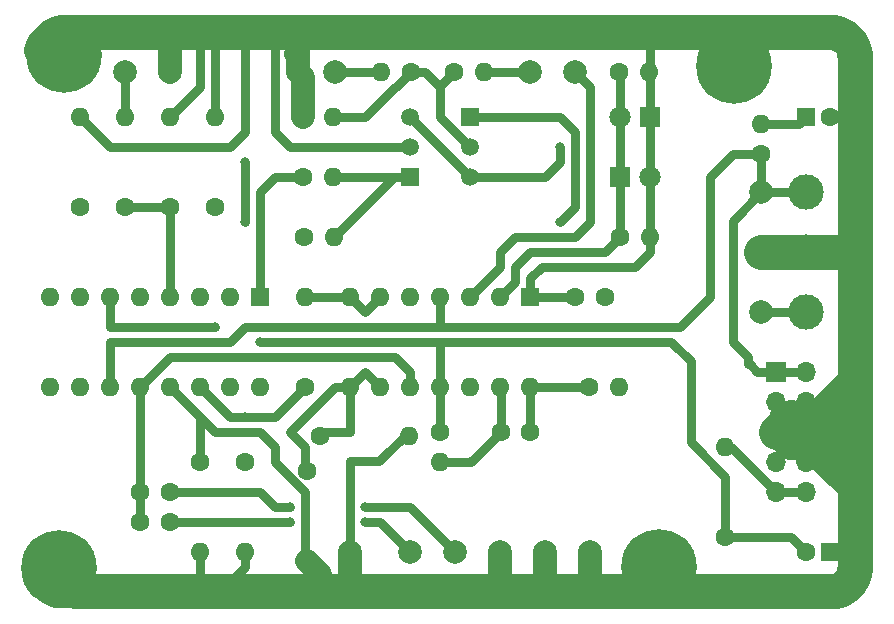
<source format=gbr>
G04 #@! TF.GenerationSoftware,KiCad,Pcbnew,(5.1.0-0)*
G04 #@! TF.CreationDate,2019-05-09T12:41:25+01:00*
G04 #@! TF.ProjectId,MS20filter,4d533230-6669-46c7-9465-722e6b696361,rev?*
G04 #@! TF.SameCoordinates,Original*
G04 #@! TF.FileFunction,Copper,L2,Bot*
G04 #@! TF.FilePolarity,Positive*
%FSLAX46Y46*%
G04 Gerber Fmt 4.6, Leading zero omitted, Abs format (unit mm)*
G04 Created by KiCad (PCBNEW (5.1.0-0)) date 2019-05-09 12:41:25*
%MOMM*%
%LPD*%
G04 APERTURE LIST*
%ADD10C,6.400000*%
%ADD11C,0.800000*%
%ADD12O,1.600000X1.600000*%
%ADD13C,1.600000*%
%ADD14C,1.998980*%
%ADD15C,1.500000*%
%ADD16R,1.500000X1.500000*%
%ADD17R,1.800000X1.800000*%
%ADD18C,1.800000*%
%ADD19R,1.600000X1.600000*%
%ADD20R,1.700000X1.700000*%
%ADD21O,1.700000X1.700000*%
%ADD22C,3.000000*%
%ADD23C,3.000000*%
%ADD24C,0.750000*%
%ADD25C,2.000000*%
G04 APERTURE END LIST*
D10*
X253492000Y-32512000D03*
D11*
X255892000Y-32512000D03*
X255189056Y-34209056D03*
X253492000Y-34912000D03*
X251794944Y-34209056D03*
X251092000Y-32512000D03*
X251794944Y-30814944D03*
X253492000Y-30112000D03*
X255189056Y-30814944D03*
D12*
X255778000Y-37465000D03*
D13*
X255778000Y-40005000D03*
D10*
X247142000Y-74930000D03*
D11*
X249542000Y-74930000D03*
X248839056Y-76627056D03*
X247142000Y-77330000D03*
X245444944Y-76627056D03*
X244742000Y-74930000D03*
X245444944Y-73232944D03*
X247142000Y-72530000D03*
X248839056Y-73232944D03*
D10*
X196342000Y-75057000D03*
D11*
X198742000Y-75057000D03*
X198039056Y-76754056D03*
X196342000Y-77457000D03*
X194644944Y-76754056D03*
X193942000Y-75057000D03*
X194644944Y-73359944D03*
X196342000Y-72657000D03*
X198039056Y-73359944D03*
X198420056Y-29925944D03*
X196723000Y-29223000D03*
X195025944Y-29925944D03*
X194323000Y-31623000D03*
X195025944Y-33320056D03*
X196723000Y-34023000D03*
X198420056Y-33320056D03*
X199123000Y-31623000D03*
D10*
X196723000Y-31623000D03*
D12*
X225940000Y-63881000D03*
D13*
X218440000Y-63881000D03*
D14*
X216535000Y-33020000D03*
X241300000Y-73660000D03*
X237490000Y-73660000D03*
X201930000Y-33020000D03*
D13*
X205700000Y-71120000D03*
X203200000Y-71120000D03*
D14*
X229870000Y-73660000D03*
X233680000Y-73660000D03*
X226060000Y-73660000D03*
D13*
X198120000Y-44450000D03*
D12*
X198120000Y-36830000D03*
D13*
X217070000Y-46990000D03*
D12*
X219610000Y-46990000D03*
D13*
X208280000Y-66040000D03*
D12*
X208280000Y-73660000D03*
D13*
X212090000Y-66040000D03*
D12*
X212090000Y-73660000D03*
X217297000Y-74422000D03*
D13*
X217297000Y-66802000D03*
D14*
X205740000Y-33020000D03*
D12*
X201930000Y-36830000D03*
D13*
X201930000Y-44450000D03*
D12*
X209550000Y-36830000D03*
D13*
X209550000Y-44450000D03*
X205740000Y-44450000D03*
D12*
X205740000Y-36830000D03*
X219540000Y-41910000D03*
D13*
X217000000Y-41910000D03*
D12*
X219540000Y-36830000D03*
D13*
X217000000Y-36830000D03*
D14*
X219710000Y-33020000D03*
X236220000Y-33020000D03*
D13*
X226160000Y-33020000D03*
D12*
X223620000Y-33020000D03*
D13*
X229770000Y-33020000D03*
D12*
X232310000Y-33020000D03*
X243740000Y-59690000D03*
D13*
X241200000Y-59690000D03*
X228600000Y-63500000D03*
D12*
X228600000Y-66040000D03*
D15*
X231140000Y-39370000D03*
X231140000Y-41910000D03*
D16*
X231140000Y-36830000D03*
X226060000Y-41910000D03*
D15*
X226060000Y-36830000D03*
X226060000Y-39370000D03*
D13*
X217170000Y-59690000D03*
D12*
X217170000Y-52070000D03*
D14*
X240030000Y-33020000D03*
D13*
X243740000Y-33020000D03*
D12*
X246280000Y-33020000D03*
D17*
X246380000Y-36830000D03*
D18*
X243840000Y-36830000D03*
X246380000Y-41910000D03*
D17*
X243840000Y-41910000D03*
D12*
X246380000Y-46990000D03*
D13*
X243840000Y-46990000D03*
D14*
X220980000Y-73660000D03*
D13*
X233720000Y-63500000D03*
X236220000Y-63500000D03*
X242530000Y-52070000D03*
X240030000Y-52070000D03*
X203200000Y-68580000D03*
X205700000Y-68580000D03*
D12*
X213360000Y-59690000D03*
X195580000Y-52070000D03*
X210820000Y-59690000D03*
X198120000Y-52070000D03*
X208280000Y-59690000D03*
X200660000Y-52070000D03*
X205740000Y-59690000D03*
X203200000Y-52070000D03*
X203200000Y-59690000D03*
X205740000Y-52070000D03*
X200660000Y-59690000D03*
X208280000Y-52070000D03*
X198120000Y-59690000D03*
X210820000Y-52070000D03*
X195580000Y-59690000D03*
D19*
X213360000Y-52070000D03*
D12*
X236220000Y-59690000D03*
X220980000Y-52070000D03*
X233680000Y-59690000D03*
X223520000Y-52070000D03*
X231140000Y-59690000D03*
X226060000Y-52070000D03*
X228600000Y-59690000D03*
X228600000Y-52070000D03*
X226060000Y-59690000D03*
X231140000Y-52070000D03*
X223520000Y-59690000D03*
X233680000Y-52070000D03*
X220980000Y-59690000D03*
D19*
X236220000Y-52070000D03*
X261620000Y-73660000D03*
D13*
X259620000Y-73660000D03*
D20*
X257070000Y-58420000D03*
D21*
X259610000Y-58420000D03*
X257070000Y-60960000D03*
X259610000Y-60960000D03*
X257070000Y-63500000D03*
X259610000Y-63500000D03*
X257070000Y-66040000D03*
X259610000Y-66040000D03*
X257070000Y-68580000D03*
X259610000Y-68580000D03*
D22*
X259610000Y-53340000D03*
X259610000Y-48260000D03*
X259610000Y-43180000D03*
D14*
X255800000Y-53340000D03*
X255800000Y-48260000D03*
D13*
X261610000Y-36830000D03*
D19*
X259610000Y-36830000D03*
D12*
X252730000Y-64770000D03*
D13*
X252730000Y-72390000D03*
D14*
X255800000Y-43180000D03*
D11*
X209550000Y-54610000D03*
X213360000Y-55880000D03*
X231140000Y-66040000D03*
X238760000Y-45720000D03*
X238760000Y-39370000D03*
X212090000Y-62230000D03*
X212090000Y-45720000D03*
X212090000Y-40640000D03*
X215900000Y-69850000D03*
X215900000Y-71120000D03*
X222250000Y-69850000D03*
X222250000Y-71120000D03*
D23*
X257919999Y-62650001D02*
X257919999Y-62339999D01*
X257070000Y-63500000D02*
X257919999Y-62650001D01*
X258230001Y-62339999D02*
X258340000Y-62230000D01*
X257919999Y-62339999D02*
X258230001Y-62339999D01*
D24*
X259610000Y-53340000D02*
X255800000Y-53340000D01*
X257070000Y-58420000D02*
X259610000Y-58420000D01*
X257070000Y-68580000D02*
X259610000Y-68580000D01*
X257070000Y-68580000D02*
X253260000Y-64770000D01*
X255800000Y-40640000D02*
X255800000Y-43180000D01*
X255800000Y-43180000D02*
X259610000Y-43180000D01*
X257070000Y-58420000D02*
X255470000Y-58420000D01*
X258350000Y-72390000D02*
X259620000Y-73660000D01*
X252730000Y-72390000D02*
X258350000Y-72390000D01*
X261620000Y-73660000D02*
X264160000Y-73660000D01*
X246380000Y-54610000D02*
X247650000Y-54610000D01*
X247650000Y-54610000D02*
X248920000Y-54610000D01*
X228600000Y-52070000D02*
X228600000Y-54610000D01*
X247650000Y-54610000D02*
X228600000Y-54610000D01*
X209550000Y-54610000D02*
X209550000Y-54610000D01*
X212090000Y-54610000D02*
X210820000Y-55880000D01*
X213360000Y-55880000D02*
X213360000Y-55880000D01*
X200660000Y-55880000D02*
X200660000Y-59690000D01*
X210820000Y-55880000D02*
X200660000Y-55880000D01*
X228600000Y-55880000D02*
X228600000Y-59690000D01*
X209550000Y-54610000D02*
X200660000Y-54610000D01*
X200660000Y-54610000D02*
X200660000Y-52070000D01*
X203200000Y-59690000D02*
X203200000Y-63500000D01*
X203200000Y-59690000D02*
X205740000Y-57150000D01*
X224790000Y-57150000D02*
X226060000Y-58420000D01*
X226060000Y-58420000D02*
X226060000Y-59690000D01*
X223520000Y-59690000D02*
X222250000Y-58420000D01*
X222250000Y-58420000D02*
X220980000Y-59690000D01*
X236220000Y-52070000D02*
X240030000Y-52070000D01*
X236220000Y-59690000D02*
X236220000Y-63500000D01*
X233720000Y-59730000D02*
X233680000Y-59690000D01*
X233720000Y-63500000D02*
X233720000Y-59730000D01*
X220980000Y-63500000D02*
X220980000Y-59690000D01*
X220980000Y-66000000D02*
X220980000Y-74930000D01*
X243840000Y-46990000D02*
X243840000Y-36830000D01*
X246380000Y-36830000D02*
X246380000Y-46990000D01*
X243840000Y-33120000D02*
X243740000Y-33020000D01*
X243840000Y-36830000D02*
X243840000Y-33120000D01*
X246380000Y-36830000D02*
X246380000Y-29210000D01*
X236220000Y-50520000D02*
X237210000Y-49530000D01*
X236220000Y-52070000D02*
X236220000Y-50520000D01*
X237210000Y-49530000D02*
X245110000Y-49530000D01*
X245110000Y-49530000D02*
X246380000Y-48260000D01*
X246380000Y-48260000D02*
X246380000Y-46990000D01*
X243840000Y-46990000D02*
X242570000Y-48260000D01*
X242570000Y-48260000D02*
X236220000Y-48260000D01*
X236220000Y-48260000D02*
X234950000Y-49530000D01*
X234950000Y-50800000D02*
X233680000Y-52070000D01*
X234950000Y-49530000D02*
X234950000Y-50800000D01*
X220980000Y-52070000D02*
X222250000Y-53340000D01*
X222250000Y-53340000D02*
X223520000Y-52070000D01*
X231140000Y-52070000D02*
X233680000Y-49530000D01*
X233680000Y-49530000D02*
X233680000Y-48260000D01*
X233680000Y-48260000D02*
X234950000Y-46990000D01*
X234950000Y-46990000D02*
X240030000Y-46990000D01*
X240030000Y-46990000D02*
X241300000Y-45720000D01*
X241300000Y-45720000D02*
X241300000Y-34290000D01*
X241300000Y-34290000D02*
X240030000Y-33020000D01*
X212090000Y-54610000D02*
X228600000Y-54610000D01*
X213360000Y-55880000D02*
X228600000Y-55880000D01*
X205740000Y-57150000D02*
X224790000Y-57150000D01*
X228600000Y-59690000D02*
X228600000Y-63500000D01*
X231180000Y-66040000D02*
X233720000Y-63500000D01*
X228600000Y-66040000D02*
X231140000Y-66040000D01*
X231140000Y-66040000D02*
X231180000Y-66040000D01*
X238760000Y-45720000D02*
X240030000Y-44450000D01*
X240030000Y-44450000D02*
X240030000Y-38100000D01*
X240030000Y-38100000D02*
X238760000Y-36830000D01*
X238760000Y-36830000D02*
X231140000Y-36830000D01*
X231140000Y-41910000D02*
X226060000Y-36830000D01*
X236220000Y-59690000D02*
X241200000Y-59690000D01*
X231140000Y-41910000D02*
X237490000Y-41910000D01*
X237490000Y-41910000D02*
X238760000Y-40640000D01*
X238760000Y-40640000D02*
X238760000Y-39370000D01*
X228600000Y-34190000D02*
X229770000Y-33020000D01*
X228600000Y-36830000D02*
X228600000Y-34190000D01*
X231140000Y-39370000D02*
X228600000Y-36830000D01*
X228600000Y-34190000D02*
X228500000Y-34190000D01*
X227330000Y-33020000D02*
X226160000Y-33020000D01*
X228500000Y-34190000D02*
X227330000Y-33020000D01*
X223620000Y-33020000D02*
X219710000Y-33020000D01*
X232310000Y-33020000D02*
X236220000Y-33020000D01*
X222250000Y-36830000D02*
X219540000Y-36830000D01*
X224790000Y-34290000D02*
X222250000Y-36830000D01*
X224890000Y-34290000D02*
X224790000Y-34290000D01*
X226160000Y-33020000D02*
X224890000Y-34290000D01*
X217000000Y-35698630D02*
X217170000Y-35528630D01*
X217000000Y-36830000D02*
X217000000Y-35698630D01*
X217170000Y-35528630D02*
X217170000Y-29210000D01*
X226060000Y-39370000D02*
X215900000Y-39370000D01*
X215900000Y-39370000D02*
X214630000Y-38100000D01*
X214630000Y-38100000D02*
X214630000Y-29210000D01*
X217000000Y-41910000D02*
X214630000Y-41910000D01*
X214630000Y-41910000D02*
X213360000Y-43180000D01*
X213360000Y-43180000D02*
X213360000Y-52070000D01*
X205740000Y-52070000D02*
X205740000Y-49530000D01*
X205740000Y-45720000D02*
X205740000Y-49530000D01*
X205740000Y-44450000D02*
X205740000Y-45720000D01*
X209550000Y-36830000D02*
X209550000Y-30480000D01*
X209550000Y-30480000D02*
X209550000Y-29210000D01*
X214630000Y-62230000D02*
X217170000Y-59690000D01*
X208280000Y-59690000D02*
X210820000Y-62230000D01*
X210820000Y-62230000D02*
X212090000Y-62230000D01*
X217170000Y-52070000D02*
X220980000Y-52070000D01*
X201930000Y-44450000D02*
X205740000Y-44450000D01*
X201930000Y-36830000D02*
X201930000Y-33020000D01*
X213360000Y-63500000D02*
X209550000Y-63500000D01*
X217170000Y-68580000D02*
X214630000Y-66040000D01*
X214630000Y-64770000D02*
X213360000Y-63500000D01*
X214630000Y-66040000D02*
X214630000Y-64770000D01*
X217170000Y-72390000D02*
X217170000Y-68580000D01*
X217170000Y-72390000D02*
X217170000Y-73660000D01*
X212090000Y-62230000D02*
X214630000Y-62230000D01*
X208280000Y-62230000D02*
X208280000Y-66040000D01*
X209550000Y-63500000D02*
X208280000Y-62230000D01*
X208280000Y-62230000D02*
X205740000Y-59690000D01*
X224690000Y-41910000D02*
X224790000Y-41910000D01*
X219610000Y-46990000D02*
X224690000Y-41910000D01*
X224790000Y-41910000D02*
X219540000Y-41910000D01*
X226060000Y-41910000D02*
X224790000Y-41910000D01*
X198120000Y-36830000D02*
X200660000Y-39370000D01*
X200660000Y-39370000D02*
X209550000Y-39370000D01*
X209550000Y-39370000D02*
X210820000Y-39370000D01*
X210820000Y-39370000D02*
X212090000Y-38100000D01*
X212090000Y-38100000D02*
X212090000Y-29210000D01*
X212090000Y-40640000D02*
X212090000Y-45720000D01*
D23*
X196850000Y-74930000D02*
X194765240Y-74930000D01*
X195116590Y-76088238D02*
X195155399Y-76144312D01*
X195079612Y-76030886D02*
X195116590Y-76088238D01*
X195044529Y-75972353D02*
X195079612Y-76030886D01*
X195011406Y-75912752D02*
X195044529Y-75972353D01*
X194980241Y-75852077D02*
X195011406Y-75912752D01*
X194951060Y-75790379D02*
X194980241Y-75852077D01*
X194923928Y-75727793D02*
X194951060Y-75790379D01*
X194898860Y-75664356D02*
X194923928Y-75727793D01*
X194875872Y-75600107D02*
X194898860Y-75664356D01*
X194855000Y-75535146D02*
X194875872Y-75600107D01*
X194836272Y-75469563D02*
X194855000Y-75535146D01*
X194819696Y-75403386D02*
X194836272Y-75469563D01*
X194805292Y-75336689D02*
X194819696Y-75403386D01*
X194766356Y-74998229D02*
X194769702Y-75066335D01*
X194793085Y-75269600D02*
X194805292Y-75336689D01*
X194783073Y-75202097D02*
X194793085Y-75269600D01*
X194775275Y-75134310D02*
X194783073Y-75202097D01*
X194769702Y-75066335D02*
X194775275Y-75134310D01*
X195196039Y-76199110D02*
X195238448Y-76252544D01*
X195155399Y-76144312D02*
X195196039Y-76199110D01*
X194765240Y-74930000D02*
X194766356Y-74998229D01*
X195989623Y-76828940D02*
X196052192Y-76856065D01*
X195927927Y-76799760D02*
X195989623Y-76828940D01*
X195867249Y-76768593D02*
X195927927Y-76799760D01*
X195807633Y-76735462D02*
X195867249Y-76768593D01*
X195238448Y-76252544D02*
X195527453Y-76541549D01*
X195580882Y-76583953D02*
X195635689Y-76624601D01*
X195635689Y-76624601D02*
X195691743Y-76663397D01*
X195749099Y-76700378D02*
X195807633Y-76735462D01*
X195691743Y-76663397D02*
X195749099Y-76700378D01*
X195527453Y-76541549D02*
X195580882Y-76583953D01*
X197506065Y-76856065D02*
X197664990Y-77014990D01*
X196052192Y-76856065D02*
X197506065Y-76856065D01*
X197664990Y-77014990D02*
X199390000Y-77014990D01*
X242114990Y-77014990D02*
X248920000Y-77014990D01*
X262834322Y-76624592D02*
X262889120Y-76583951D01*
X262662365Y-76735463D02*
X262720882Y-76700390D01*
X262354364Y-76881136D02*
X262417789Y-76856073D01*
X262026696Y-76974705D02*
X262093399Y-76960299D01*
X261959604Y-76986913D02*
X262026696Y-76974705D01*
X261892096Y-76996926D02*
X261959604Y-76986913D01*
X262290120Y-76904122D02*
X262354364Y-76881136D01*
X261824284Y-77004727D02*
X261892096Y-76996926D01*
X262225160Y-76924994D02*
X262290120Y-76904122D01*
X261756334Y-77010298D02*
X261824284Y-77004727D01*
X262889120Y-76583951D02*
X262942562Y-76541536D01*
X262159582Y-76943721D02*
X262225160Y-76924994D01*
X261688230Y-77013643D02*
X261756334Y-77010298D01*
X262778230Y-76663414D02*
X262834322Y-76624592D01*
X262602742Y-76768598D02*
X262662365Y-76735463D01*
X262480373Y-76828942D02*
X262542074Y-76799760D01*
X248920000Y-77014990D02*
X261605889Y-77014990D01*
X262417789Y-76856073D02*
X262480373Y-76828942D01*
X261605889Y-77014990D02*
X261688230Y-77013643D01*
X262720882Y-76700390D02*
X262778230Y-76663414D01*
X262542074Y-76799760D02*
X262602742Y-76768598D01*
X262093399Y-76960299D02*
X262159582Y-76943721D01*
X263458599Y-75912738D02*
X263489762Y-75852069D01*
X263425469Y-75972353D02*
X263458599Y-75912738D01*
X263390400Y-76030863D02*
X263425469Y-75972353D01*
X263353399Y-76088251D02*
X263390400Y-76030863D01*
X262942562Y-76541536D02*
X263231542Y-76252555D01*
X263273951Y-76199120D02*
X263314598Y-76144314D01*
X263314598Y-76144314D02*
X263353399Y-76088251D01*
X263231542Y-76252555D02*
X263273951Y-76199120D01*
X263676912Y-75269601D02*
X263686925Y-75202093D01*
X263686925Y-75202093D02*
X263694724Y-75134300D01*
X263633722Y-75469574D02*
X263650302Y-75403381D01*
X263614997Y-75535148D02*
X263633722Y-75469574D01*
X263571135Y-75664363D02*
X263594127Y-75600103D01*
X263518930Y-75790398D02*
X263546069Y-75727796D01*
X263664705Y-75336691D02*
X263676912Y-75269601D01*
X263650302Y-75403381D02*
X263664705Y-75336691D01*
X263594127Y-75600103D02*
X263614997Y-75535148D01*
X263546069Y-75727796D02*
X263571135Y-75664363D01*
X263489762Y-75852069D02*
X263518930Y-75790398D01*
X263094146Y-30275851D02*
X263045129Y-30228412D01*
X263141592Y-30324875D02*
X263094146Y-30275851D01*
X263187405Y-30375422D02*
X263141592Y-30324875D01*
X263231536Y-30427437D02*
X263187405Y-30375422D01*
X263273951Y-30480879D02*
X263231536Y-30427437D01*
X263314592Y-30535677D02*
X263273951Y-30480879D01*
X263353405Y-30591756D02*
X263314592Y-30535677D01*
X263458604Y-30767268D02*
X263425468Y-30707643D01*
X263390388Y-30649115D02*
X263353405Y-30591756D01*
X263425468Y-30707643D02*
X263390388Y-30649115D01*
X263489760Y-30827925D02*
X263458604Y-30767268D01*
X263518942Y-30889626D02*
X263489760Y-30827925D01*
X263594122Y-31079879D02*
X263571136Y-31015635D01*
X263571136Y-31015635D02*
X263546073Y-30952210D01*
X263633721Y-31210417D02*
X263614994Y-31144839D01*
X263703643Y-31681769D02*
X263700298Y-31613665D01*
X263650299Y-31276600D02*
X263633721Y-31210417D01*
X263664705Y-31343303D02*
X263650299Y-31276600D01*
X263694724Y-75134300D02*
X263694724Y-74125276D01*
X263686926Y-31477903D02*
X263676913Y-31410395D01*
X263676913Y-31410395D02*
X263664705Y-31343303D01*
X263694724Y-74125276D02*
X263704990Y-74115010D01*
X263694727Y-31545715D02*
X263686926Y-31477903D01*
X263546073Y-30952210D02*
X263518942Y-30889626D01*
X263614994Y-31144839D02*
X263594122Y-31079879D01*
X263704990Y-31764110D02*
X263703643Y-31681769D01*
X263700298Y-31613665D02*
X263694727Y-31545715D01*
X261892099Y-29683075D02*
X261824291Y-29675275D01*
X261959589Y-29693085D02*
X261892099Y-29683075D01*
X262026705Y-29705297D02*
X261959589Y-29693085D01*
X262093388Y-29719698D02*
X262026705Y-29705297D01*
X262159563Y-29736274D02*
X262093388Y-29719698D01*
X262225164Y-29755007D02*
X262159563Y-29736274D01*
X262290105Y-29775872D02*
X262225164Y-29755007D01*
X262354352Y-29798860D02*
X262290105Y-29775872D01*
X262417800Y-29823932D02*
X262354352Y-29798860D01*
X262480380Y-29851061D02*
X262417800Y-29823932D01*
X262542085Y-29880245D02*
X262480380Y-29851061D01*
X262602753Y-29911407D02*
X262542085Y-29880245D01*
X262662365Y-29944536D02*
X262602753Y-29911407D01*
X263045129Y-30228412D02*
X262994575Y-30182593D01*
X262889121Y-30096048D02*
X262834327Y-30055411D01*
X262720879Y-29979608D02*
X262662365Y-29944536D01*
X262778232Y-30016587D02*
X262720879Y-29979608D01*
X262994575Y-30182593D02*
X262942550Y-30138453D01*
X262834327Y-30055411D02*
X262778232Y-30016587D01*
X262942550Y-30138453D02*
X262889121Y-30096048D01*
X196510395Y-29693086D02*
X196443303Y-29705294D01*
X196443303Y-29705294D02*
X196376600Y-29719700D01*
X195989626Y-29851057D02*
X195927925Y-29880239D01*
X196052210Y-29823926D02*
X195989626Y-29851057D01*
X196115635Y-29798863D02*
X196052210Y-29823926D01*
X196179879Y-29775877D02*
X196115635Y-29798863D01*
X196244839Y-29755005D02*
X196179879Y-29775877D01*
X196376600Y-29719700D02*
X196310417Y-29736278D01*
X195867268Y-29911395D02*
X195807643Y-29944531D01*
X196310417Y-29736278D02*
X196244839Y-29755005D01*
X196713665Y-29669701D02*
X196645715Y-29675272D01*
X196577903Y-29683073D02*
X196510395Y-29693086D01*
X244305275Y-29675275D02*
X244295010Y-29665010D01*
X196781769Y-29666356D02*
X196713665Y-29669701D01*
X196864091Y-29665010D02*
X196781769Y-29666356D01*
X196645715Y-29675272D02*
X196577903Y-29683073D01*
X195927925Y-29880239D02*
X195867268Y-29911395D01*
X195044533Y-30707641D02*
X195807643Y-29944531D01*
X195011407Y-30767248D02*
X195044533Y-30707641D01*
X194980247Y-30827912D02*
X195011407Y-30767248D01*
X194951069Y-30889602D02*
X194980247Y-30827912D01*
X194923936Y-30952189D02*
X194951069Y-30889602D01*
X194898870Y-31015619D02*
X194923936Y-30952189D01*
X194875884Y-31079861D02*
X194898870Y-31015619D01*
X194855017Y-31144804D02*
X194875884Y-31079861D01*
X194836274Y-31210436D02*
X194855017Y-31144804D01*
X255800000Y-48260000D02*
X262890000Y-48260000D01*
X263704990Y-49074990D02*
X263704990Y-31764110D01*
X262890000Y-48260000D02*
X263704990Y-49074990D01*
X263249980Y-63500000D02*
X263704990Y-63044990D01*
X257070000Y-63500000D02*
X263249980Y-63500000D01*
X257070000Y-63500000D02*
X259080000Y-63500000D01*
X259080000Y-63500000D02*
X263704990Y-68124990D01*
X263704990Y-68124990D02*
X263704990Y-63044990D01*
X263704990Y-74115010D02*
X263704990Y-68124990D01*
X257070000Y-63500000D02*
X259439980Y-63500000D01*
X263704990Y-59234990D02*
X263704990Y-49074990D01*
X259439980Y-63500000D02*
X263704990Y-59234990D01*
X263704990Y-63044990D02*
X263704990Y-59234990D01*
X259610000Y-63500000D02*
X258760001Y-64349999D01*
X258230001Y-64349999D02*
X258760001Y-64349999D01*
X199390000Y-77014990D02*
X205284990Y-77014990D01*
D24*
X208280000Y-73660000D02*
X208280000Y-76200000D01*
X208280000Y-76200000D02*
X209094990Y-77014990D01*
D23*
X205284990Y-77014990D02*
X209094990Y-77014990D01*
D24*
X212090000Y-73660000D02*
X212090000Y-74930000D01*
X212090000Y-74930000D02*
X210005010Y-77014990D01*
D23*
X210005010Y-77014990D02*
X218440000Y-77014990D01*
X209094990Y-77014990D02*
X210005010Y-77014990D01*
D24*
X249820000Y-57520000D02*
X249820000Y-64400000D01*
X248180000Y-55880000D02*
X249820000Y-57520000D01*
X252730000Y-67310000D02*
X252730000Y-72390000D01*
X249820000Y-64400000D02*
X252730000Y-67310000D01*
X228600000Y-55880000D02*
X248180000Y-55880000D01*
D23*
X195238448Y-76252544D02*
X195238448Y-74588448D01*
D24*
X203200000Y-63500000D02*
X203200000Y-71120000D01*
X205700000Y-68580000D02*
X213360000Y-68580000D01*
X213360000Y-68580000D02*
X214630000Y-69850000D01*
X214630000Y-69850000D02*
X215900000Y-69850000D01*
X215900000Y-69850000D02*
X215900000Y-69850000D01*
X205700000Y-71120000D02*
X215900000Y-71120000D01*
X226060000Y-69850000D02*
X229870000Y-73660000D01*
X222250000Y-69850000D02*
X226060000Y-69850000D01*
X223520000Y-71120000D02*
X226060000Y-73660000D01*
X222250000Y-71120000D02*
X223520000Y-71120000D01*
X208280000Y-34290000D02*
X208280000Y-30480000D01*
X205740000Y-36830000D02*
X208280000Y-34290000D01*
X208280000Y-30480000D02*
X207465010Y-29665010D01*
D23*
X244295010Y-29665010D02*
X207465010Y-29665010D01*
X236675010Y-77014990D02*
X242114990Y-77014990D01*
X233224990Y-77014990D02*
X236675010Y-77014990D01*
D24*
X241300000Y-76200000D02*
X242114990Y-77014990D01*
D23*
X251925275Y-29675275D02*
X244305275Y-29675275D01*
D24*
X251460000Y-30140550D02*
X251925275Y-29675275D01*
D23*
X261824291Y-29675275D02*
X251925275Y-29675275D01*
D24*
X215900000Y-63500000D02*
X219710000Y-59690000D01*
X217170000Y-64770000D02*
X215900000Y-63500000D01*
X219710000Y-59690000D02*
X220980000Y-59690000D01*
X217170000Y-66040000D02*
X217170000Y-64770000D01*
X220980000Y-63500000D02*
X218440000Y-63500000D01*
X223440000Y-66000000D02*
X225940000Y-63500000D01*
X220980000Y-66000000D02*
X223440000Y-66000000D01*
D23*
X204925010Y-29665010D02*
X196864091Y-29665010D01*
X207465010Y-29665010D02*
X204925010Y-29665010D01*
D24*
X254835000Y-57785000D02*
X255470000Y-58420000D01*
X254635000Y-57785000D02*
X254835000Y-57785000D01*
X254635000Y-57785000D02*
X254635000Y-57150000D01*
X254635000Y-57150000D02*
X253365000Y-55880000D01*
X253365000Y-45615000D02*
X255800000Y-43180000D01*
X253365000Y-55880000D02*
X253365000Y-45615000D01*
X251460000Y-52070000D02*
X248920000Y-54610000D01*
X251460000Y-41910000D02*
X251460000Y-52070000D01*
X253365000Y-40005000D02*
X251460000Y-41910000D01*
X255778000Y-40005000D02*
X253365000Y-40005000D01*
X258975000Y-37465000D02*
X259610000Y-36830000D01*
X255778000Y-37465000D02*
X258975000Y-37465000D01*
X205740000Y-30480000D02*
X204925010Y-29665010D01*
D25*
X205740000Y-33020000D02*
X205740000Y-30480000D01*
X216535000Y-33020000D02*
X216535000Y-31606508D01*
X216424492Y-31496000D02*
X216535000Y-31606508D01*
X217000000Y-33485000D02*
X216535000Y-33020000D01*
X217000000Y-36830000D02*
X217000000Y-33485000D01*
X241300000Y-75073492D02*
X241300000Y-76200000D01*
X241300000Y-73660000D02*
X241300000Y-75073492D01*
X233680000Y-76559980D02*
X233680000Y-73660000D01*
X233224990Y-77014990D02*
X233680000Y-76559980D01*
X237490000Y-76200000D02*
X237490000Y-73660000D01*
X236675010Y-77014990D02*
X237490000Y-76200000D01*
X220980000Y-76708000D02*
X220980000Y-73660000D01*
X221286990Y-77014990D02*
X220980000Y-76708000D01*
D23*
X218440000Y-77014990D02*
X221286990Y-77014990D01*
X221286990Y-77014990D02*
X233224990Y-77014990D01*
D25*
X218440000Y-75565000D02*
X217297000Y-74422000D01*
X218440000Y-77014990D02*
X218440000Y-75565000D01*
M02*

</source>
